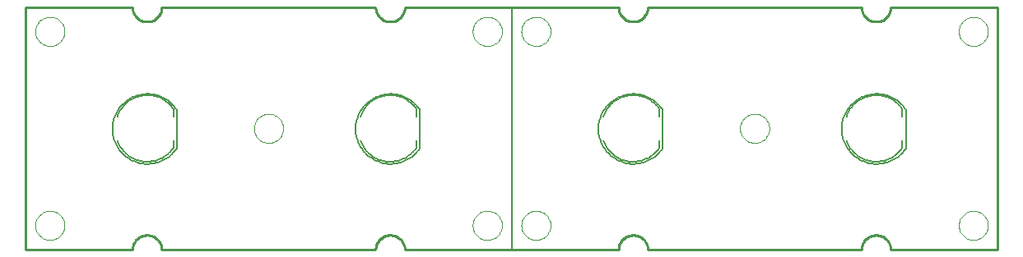
<source format=gbo>
G75*
%MOIN*%
%OFA0B0*%
%FSLAX24Y24*%
%IPPOS*%
%LPD*%
%AMOC8*
5,1,8,0,0,1.08239X$1,22.5*
%
%ADD10C,0.0100*%
%ADD11C,0.0050*%
%ADD12C,0.0080*%
%ADD13C,0.0000*%
D10*
X001503Y000583D02*
X001503Y010426D01*
X005834Y010426D01*
X005833Y010426D02*
X005835Y010380D01*
X005840Y010334D01*
X005849Y010288D01*
X005862Y010243D01*
X005878Y010200D01*
X005897Y010158D01*
X005920Y010117D01*
X005946Y010079D01*
X005975Y010042D01*
X006006Y010008D01*
X006040Y009977D01*
X006077Y009948D01*
X006115Y009922D01*
X006156Y009899D01*
X006198Y009880D01*
X006241Y009864D01*
X006286Y009851D01*
X006332Y009842D01*
X006378Y009837D01*
X006424Y009835D01*
X006470Y009837D01*
X006516Y009842D01*
X006562Y009851D01*
X006607Y009864D01*
X006650Y009880D01*
X006692Y009899D01*
X006733Y009922D01*
X006771Y009948D01*
X006808Y009977D01*
X006842Y010008D01*
X006873Y010042D01*
X006902Y010079D01*
X006928Y010117D01*
X006951Y010158D01*
X006970Y010200D01*
X006986Y010243D01*
X006999Y010288D01*
X007008Y010334D01*
X007013Y010380D01*
X007015Y010426D01*
X015676Y010426D01*
X015678Y010380D01*
X015683Y010334D01*
X015692Y010288D01*
X015705Y010243D01*
X015721Y010200D01*
X015740Y010158D01*
X015763Y010117D01*
X015789Y010079D01*
X015818Y010042D01*
X015849Y010008D01*
X015883Y009977D01*
X015920Y009948D01*
X015958Y009922D01*
X015999Y009899D01*
X016041Y009880D01*
X016084Y009864D01*
X016129Y009851D01*
X016175Y009842D01*
X016221Y009837D01*
X016267Y009835D01*
X016313Y009837D01*
X016359Y009842D01*
X016405Y009851D01*
X016450Y009864D01*
X016493Y009880D01*
X016535Y009899D01*
X016576Y009922D01*
X016614Y009948D01*
X016651Y009977D01*
X016685Y010008D01*
X016716Y010042D01*
X016745Y010079D01*
X016771Y010117D01*
X016794Y010158D01*
X016813Y010200D01*
X016829Y010243D01*
X016842Y010288D01*
X016851Y010334D01*
X016856Y010380D01*
X016858Y010426D01*
X016857Y010426D02*
X025519Y010426D01*
X025518Y010426D02*
X025520Y010380D01*
X025525Y010334D01*
X025534Y010288D01*
X025547Y010243D01*
X025563Y010200D01*
X025582Y010158D01*
X025605Y010117D01*
X025631Y010079D01*
X025660Y010042D01*
X025691Y010008D01*
X025725Y009977D01*
X025762Y009948D01*
X025800Y009922D01*
X025841Y009899D01*
X025883Y009880D01*
X025926Y009864D01*
X025971Y009851D01*
X026017Y009842D01*
X026063Y009837D01*
X026109Y009835D01*
X026155Y009837D01*
X026201Y009842D01*
X026247Y009851D01*
X026292Y009864D01*
X026335Y009880D01*
X026377Y009899D01*
X026418Y009922D01*
X026456Y009948D01*
X026493Y009977D01*
X026527Y010008D01*
X026558Y010042D01*
X026587Y010079D01*
X026613Y010117D01*
X026636Y010158D01*
X026655Y010200D01*
X026671Y010243D01*
X026684Y010288D01*
X026693Y010334D01*
X026698Y010380D01*
X026700Y010426D01*
X035361Y010426D01*
X035363Y010380D01*
X035368Y010334D01*
X035377Y010288D01*
X035390Y010243D01*
X035406Y010200D01*
X035425Y010158D01*
X035448Y010117D01*
X035474Y010079D01*
X035503Y010042D01*
X035534Y010008D01*
X035568Y009977D01*
X035605Y009948D01*
X035643Y009922D01*
X035684Y009899D01*
X035726Y009880D01*
X035769Y009864D01*
X035814Y009851D01*
X035860Y009842D01*
X035906Y009837D01*
X035952Y009835D01*
X035998Y009837D01*
X036044Y009842D01*
X036090Y009851D01*
X036135Y009864D01*
X036178Y009880D01*
X036220Y009899D01*
X036261Y009922D01*
X036299Y009948D01*
X036336Y009977D01*
X036370Y010008D01*
X036401Y010042D01*
X036430Y010079D01*
X036456Y010117D01*
X036479Y010158D01*
X036498Y010200D01*
X036514Y010243D01*
X036527Y010288D01*
X036536Y010334D01*
X036541Y010380D01*
X036543Y010426D01*
X036542Y010426D02*
X040873Y010426D01*
X040873Y000583D01*
X036542Y000583D01*
X036543Y000583D02*
X036541Y000629D01*
X036536Y000675D01*
X036527Y000721D01*
X036514Y000766D01*
X036498Y000809D01*
X036479Y000851D01*
X036456Y000892D01*
X036430Y000930D01*
X036401Y000967D01*
X036370Y001001D01*
X036336Y001032D01*
X036299Y001061D01*
X036261Y001087D01*
X036220Y001110D01*
X036178Y001129D01*
X036135Y001145D01*
X036090Y001158D01*
X036044Y001167D01*
X035998Y001172D01*
X035952Y001174D01*
X035906Y001172D01*
X035860Y001167D01*
X035814Y001158D01*
X035769Y001145D01*
X035726Y001129D01*
X035684Y001110D01*
X035643Y001087D01*
X035605Y001061D01*
X035568Y001032D01*
X035534Y001001D01*
X035503Y000967D01*
X035474Y000930D01*
X035448Y000892D01*
X035425Y000851D01*
X035406Y000809D01*
X035390Y000766D01*
X035377Y000721D01*
X035368Y000675D01*
X035363Y000629D01*
X035361Y000583D01*
X026700Y000583D01*
X026698Y000629D01*
X026693Y000675D01*
X026684Y000721D01*
X026671Y000766D01*
X026655Y000809D01*
X026636Y000851D01*
X026613Y000892D01*
X026587Y000930D01*
X026558Y000967D01*
X026527Y001001D01*
X026493Y001032D01*
X026456Y001061D01*
X026418Y001087D01*
X026377Y001110D01*
X026335Y001129D01*
X026292Y001145D01*
X026247Y001158D01*
X026201Y001167D01*
X026155Y001172D01*
X026109Y001174D01*
X026063Y001172D01*
X026017Y001167D01*
X025971Y001158D01*
X025926Y001145D01*
X025883Y001129D01*
X025841Y001110D01*
X025800Y001087D01*
X025762Y001061D01*
X025725Y001032D01*
X025691Y001001D01*
X025660Y000967D01*
X025631Y000930D01*
X025605Y000892D01*
X025582Y000851D01*
X025563Y000809D01*
X025547Y000766D01*
X025534Y000721D01*
X025525Y000675D01*
X025520Y000629D01*
X025518Y000583D01*
X025519Y000583D02*
X016857Y000583D01*
X016858Y000583D02*
X016856Y000629D01*
X016851Y000675D01*
X016842Y000721D01*
X016829Y000766D01*
X016813Y000809D01*
X016794Y000851D01*
X016771Y000892D01*
X016745Y000930D01*
X016716Y000967D01*
X016685Y001001D01*
X016651Y001032D01*
X016614Y001061D01*
X016576Y001087D01*
X016535Y001110D01*
X016493Y001129D01*
X016450Y001145D01*
X016405Y001158D01*
X016359Y001167D01*
X016313Y001172D01*
X016267Y001174D01*
X016221Y001172D01*
X016175Y001167D01*
X016129Y001158D01*
X016084Y001145D01*
X016041Y001129D01*
X015999Y001110D01*
X015958Y001087D01*
X015920Y001061D01*
X015883Y001032D01*
X015849Y001001D01*
X015818Y000967D01*
X015789Y000930D01*
X015763Y000892D01*
X015740Y000851D01*
X015721Y000809D01*
X015705Y000766D01*
X015692Y000721D01*
X015683Y000675D01*
X015678Y000629D01*
X015676Y000583D01*
X007015Y000583D01*
X007013Y000629D01*
X007008Y000675D01*
X006999Y000721D01*
X006986Y000766D01*
X006970Y000809D01*
X006951Y000851D01*
X006928Y000892D01*
X006902Y000930D01*
X006873Y000967D01*
X006842Y001001D01*
X006808Y001032D01*
X006771Y001061D01*
X006733Y001087D01*
X006692Y001110D01*
X006650Y001129D01*
X006607Y001145D01*
X006562Y001158D01*
X006516Y001167D01*
X006470Y001172D01*
X006424Y001174D01*
X006378Y001172D01*
X006332Y001167D01*
X006286Y001158D01*
X006241Y001145D01*
X006198Y001129D01*
X006156Y001110D01*
X006115Y001087D01*
X006077Y001061D01*
X006040Y001032D01*
X006006Y001001D01*
X005975Y000967D01*
X005946Y000930D01*
X005920Y000892D01*
X005897Y000851D01*
X005878Y000809D01*
X005862Y000766D01*
X005849Y000721D01*
X005840Y000675D01*
X005835Y000629D01*
X005833Y000583D01*
X005834Y000583D02*
X001503Y000583D01*
D11*
X005834Y000583D01*
X005833Y000583D02*
X005835Y000631D01*
X005841Y000678D01*
X005850Y000724D01*
X005863Y000770D01*
X005880Y000815D01*
X005901Y000858D01*
X005924Y000899D01*
X005952Y000938D01*
X005982Y000975D01*
X006015Y001009D01*
X006050Y001041D01*
X006088Y001069D01*
X006129Y001095D01*
X006171Y001117D01*
X006214Y001136D01*
X006260Y001151D01*
X006306Y001162D01*
X006353Y001170D01*
X006400Y001174D01*
X006448Y001174D01*
X006495Y001170D01*
X006542Y001162D01*
X006588Y001151D01*
X006634Y001136D01*
X006677Y001117D01*
X006720Y001095D01*
X006760Y001069D01*
X006798Y001041D01*
X006833Y001009D01*
X006866Y000975D01*
X006896Y000938D01*
X006924Y000899D01*
X006947Y000858D01*
X006968Y000815D01*
X006985Y000770D01*
X006998Y000724D01*
X007007Y000678D01*
X007013Y000631D01*
X007015Y000583D01*
X015676Y000583D01*
X015678Y000631D01*
X015684Y000678D01*
X015693Y000724D01*
X015706Y000770D01*
X015723Y000815D01*
X015744Y000858D01*
X015767Y000899D01*
X015795Y000938D01*
X015825Y000975D01*
X015858Y001009D01*
X015893Y001041D01*
X015931Y001069D01*
X015972Y001095D01*
X016014Y001117D01*
X016057Y001136D01*
X016103Y001151D01*
X016149Y001162D01*
X016196Y001170D01*
X016243Y001174D01*
X016291Y001174D01*
X016338Y001170D01*
X016385Y001162D01*
X016431Y001151D01*
X016477Y001136D01*
X016520Y001117D01*
X016563Y001095D01*
X016603Y001069D01*
X016641Y001041D01*
X016676Y001009D01*
X016709Y000975D01*
X016739Y000938D01*
X016767Y000899D01*
X016790Y000858D01*
X016811Y000815D01*
X016828Y000770D01*
X016841Y000724D01*
X016850Y000678D01*
X016856Y000631D01*
X016858Y000583D01*
X016857Y000583D02*
X021188Y000583D01*
X025519Y000583D01*
X025518Y000583D02*
X025520Y000631D01*
X025526Y000678D01*
X025535Y000724D01*
X025548Y000770D01*
X025565Y000815D01*
X025586Y000858D01*
X025609Y000899D01*
X025637Y000938D01*
X025667Y000975D01*
X025700Y001009D01*
X025735Y001041D01*
X025773Y001069D01*
X025814Y001095D01*
X025856Y001117D01*
X025899Y001136D01*
X025945Y001151D01*
X025991Y001162D01*
X026038Y001170D01*
X026085Y001174D01*
X026133Y001174D01*
X026180Y001170D01*
X026227Y001162D01*
X026273Y001151D01*
X026319Y001136D01*
X026362Y001117D01*
X026405Y001095D01*
X026445Y001069D01*
X026483Y001041D01*
X026518Y001009D01*
X026551Y000975D01*
X026581Y000938D01*
X026609Y000899D01*
X026632Y000858D01*
X026653Y000815D01*
X026670Y000770D01*
X026683Y000724D01*
X026692Y000678D01*
X026698Y000631D01*
X026700Y000583D01*
X035361Y000583D01*
X035363Y000631D01*
X035369Y000678D01*
X035378Y000724D01*
X035391Y000770D01*
X035408Y000815D01*
X035429Y000858D01*
X035452Y000899D01*
X035480Y000938D01*
X035510Y000975D01*
X035543Y001009D01*
X035578Y001041D01*
X035616Y001069D01*
X035657Y001095D01*
X035699Y001117D01*
X035742Y001136D01*
X035788Y001151D01*
X035834Y001162D01*
X035881Y001170D01*
X035928Y001174D01*
X035976Y001174D01*
X036023Y001170D01*
X036070Y001162D01*
X036116Y001151D01*
X036162Y001136D01*
X036205Y001117D01*
X036248Y001095D01*
X036288Y001069D01*
X036326Y001041D01*
X036361Y001009D01*
X036394Y000975D01*
X036424Y000938D01*
X036452Y000899D01*
X036475Y000858D01*
X036496Y000815D01*
X036513Y000770D01*
X036526Y000724D01*
X036535Y000678D01*
X036541Y000631D01*
X036543Y000583D01*
X036542Y000583D02*
X040873Y000583D01*
X040873Y010426D01*
X036542Y010426D01*
X036543Y010426D02*
X036541Y010378D01*
X036535Y010331D01*
X036526Y010285D01*
X036513Y010239D01*
X036496Y010194D01*
X036475Y010151D01*
X036452Y010110D01*
X036424Y010071D01*
X036394Y010034D01*
X036361Y010000D01*
X036326Y009968D01*
X036288Y009940D01*
X036248Y009914D01*
X036205Y009892D01*
X036162Y009873D01*
X036116Y009858D01*
X036070Y009847D01*
X036023Y009839D01*
X035976Y009835D01*
X035928Y009835D01*
X035881Y009839D01*
X035834Y009847D01*
X035788Y009858D01*
X035742Y009873D01*
X035699Y009892D01*
X035657Y009914D01*
X035616Y009940D01*
X035578Y009968D01*
X035543Y010000D01*
X035510Y010034D01*
X035480Y010071D01*
X035452Y010110D01*
X035429Y010151D01*
X035408Y010194D01*
X035391Y010239D01*
X035378Y010285D01*
X035369Y010331D01*
X035363Y010378D01*
X035361Y010426D01*
X026700Y010426D01*
X026698Y010378D01*
X026692Y010331D01*
X026683Y010285D01*
X026670Y010239D01*
X026653Y010194D01*
X026632Y010151D01*
X026609Y010110D01*
X026581Y010071D01*
X026551Y010034D01*
X026518Y010000D01*
X026483Y009968D01*
X026445Y009940D01*
X026404Y009914D01*
X026362Y009892D01*
X026319Y009873D01*
X026273Y009858D01*
X026227Y009847D01*
X026180Y009839D01*
X026133Y009835D01*
X026085Y009835D01*
X026038Y009839D01*
X025991Y009847D01*
X025945Y009858D01*
X025899Y009873D01*
X025856Y009892D01*
X025814Y009914D01*
X025773Y009940D01*
X025735Y009968D01*
X025700Y010000D01*
X025667Y010034D01*
X025637Y010071D01*
X025609Y010110D01*
X025586Y010151D01*
X025565Y010194D01*
X025548Y010239D01*
X025535Y010285D01*
X025526Y010331D01*
X025520Y010378D01*
X025518Y010426D01*
X025519Y010426D02*
X021188Y010426D01*
X021188Y000583D01*
X021188Y010426D01*
X016857Y010426D01*
X016858Y010426D02*
X016856Y010378D01*
X016850Y010331D01*
X016841Y010285D01*
X016828Y010239D01*
X016811Y010194D01*
X016790Y010151D01*
X016767Y010110D01*
X016739Y010071D01*
X016709Y010034D01*
X016676Y010000D01*
X016641Y009968D01*
X016603Y009940D01*
X016562Y009914D01*
X016520Y009892D01*
X016477Y009873D01*
X016431Y009858D01*
X016385Y009847D01*
X016338Y009839D01*
X016291Y009835D01*
X016243Y009835D01*
X016196Y009839D01*
X016149Y009847D01*
X016103Y009858D01*
X016057Y009873D01*
X016014Y009892D01*
X015972Y009914D01*
X015931Y009940D01*
X015893Y009968D01*
X015858Y010000D01*
X015825Y010034D01*
X015795Y010071D01*
X015767Y010110D01*
X015744Y010151D01*
X015723Y010194D01*
X015706Y010239D01*
X015693Y010285D01*
X015684Y010331D01*
X015678Y010378D01*
X015676Y010426D01*
X007015Y010426D01*
X007013Y010378D01*
X007007Y010331D01*
X006998Y010285D01*
X006985Y010239D01*
X006968Y010194D01*
X006947Y010151D01*
X006924Y010110D01*
X006896Y010071D01*
X006866Y010034D01*
X006833Y010000D01*
X006798Y009968D01*
X006760Y009940D01*
X006719Y009914D01*
X006677Y009892D01*
X006634Y009873D01*
X006588Y009858D01*
X006542Y009847D01*
X006495Y009839D01*
X006448Y009835D01*
X006400Y009835D01*
X006353Y009839D01*
X006306Y009847D01*
X006260Y009858D01*
X006214Y009873D01*
X006171Y009892D01*
X006129Y009914D01*
X006088Y009940D01*
X006050Y009968D01*
X006015Y010000D01*
X005982Y010034D01*
X005952Y010071D01*
X005924Y010110D01*
X005901Y010151D01*
X005880Y010194D01*
X005863Y010239D01*
X005850Y010285D01*
X005841Y010331D01*
X005835Y010378D01*
X005833Y010426D01*
X005834Y010426D02*
X001503Y010426D01*
X001503Y000583D01*
X007619Y004696D02*
X007619Y006271D01*
X007620Y006271D02*
X007576Y006332D01*
X007530Y006390D01*
X007481Y006447D01*
X007429Y006500D01*
X007374Y006551D01*
X007316Y006599D01*
X007256Y006643D01*
X007194Y006685D01*
X007130Y006723D01*
X007064Y006758D01*
X006996Y006789D01*
X006926Y006816D01*
X006855Y006840D01*
X006783Y006860D01*
X006710Y006877D01*
X006637Y006889D01*
X006562Y006898D01*
X006488Y006902D01*
X006413Y006903D01*
X006338Y006899D01*
X006264Y006892D01*
X006190Y006881D01*
X006117Y006866D01*
X006044Y006847D01*
X005973Y006825D01*
X005903Y006798D01*
X005835Y006768D01*
X005768Y006735D01*
X005703Y006698D01*
X005640Y006658D01*
X005579Y006614D01*
X005521Y006567D01*
X005465Y006517D01*
X005412Y006465D01*
X005362Y006409D01*
X005315Y006352D01*
X005270Y006291D01*
X005230Y006229D01*
X005192Y006164D01*
X005158Y006097D01*
X005127Y006029D01*
X005100Y005960D01*
X005077Y005888D01*
X005058Y005816D01*
X005042Y005743D01*
X005030Y005669D01*
X005022Y005595D01*
X005018Y005520D01*
X005018Y005446D01*
X005022Y005371D01*
X005030Y005297D01*
X005042Y005223D01*
X005058Y005150D01*
X005077Y005078D01*
X005100Y005006D01*
X005127Y004937D01*
X005158Y004869D01*
X005192Y004802D01*
X005230Y004737D01*
X005270Y004675D01*
X005315Y004614D01*
X005362Y004557D01*
X005412Y004501D01*
X005465Y004449D01*
X005521Y004399D01*
X005579Y004352D01*
X005640Y004308D01*
X005703Y004268D01*
X005768Y004231D01*
X005835Y004198D01*
X005903Y004168D01*
X005973Y004141D01*
X006044Y004119D01*
X006117Y004100D01*
X006190Y004085D01*
X006264Y004074D01*
X006338Y004067D01*
X006413Y004063D01*
X006488Y004064D01*
X006562Y004068D01*
X006637Y004077D01*
X006710Y004089D01*
X006783Y004106D01*
X006855Y004126D01*
X006926Y004150D01*
X006996Y004177D01*
X007064Y004208D01*
X007130Y004243D01*
X007194Y004281D01*
X007256Y004323D01*
X007316Y004367D01*
X007374Y004415D01*
X007429Y004466D01*
X007481Y004519D01*
X007530Y004576D01*
X007576Y004634D01*
X007620Y004695D01*
X017470Y004695D02*
X017426Y004634D01*
X017380Y004576D01*
X017331Y004519D01*
X017279Y004466D01*
X017224Y004415D01*
X017166Y004367D01*
X017106Y004323D01*
X017044Y004281D01*
X016980Y004243D01*
X016914Y004208D01*
X016846Y004177D01*
X016776Y004150D01*
X016705Y004126D01*
X016633Y004106D01*
X016560Y004089D01*
X016487Y004077D01*
X016412Y004068D01*
X016338Y004064D01*
X016263Y004063D01*
X016188Y004067D01*
X016114Y004074D01*
X016040Y004085D01*
X015967Y004100D01*
X015894Y004119D01*
X015823Y004141D01*
X015753Y004168D01*
X015685Y004198D01*
X015618Y004231D01*
X015553Y004268D01*
X015490Y004308D01*
X015429Y004352D01*
X015371Y004399D01*
X015315Y004449D01*
X015262Y004501D01*
X015212Y004557D01*
X015165Y004614D01*
X015120Y004675D01*
X015080Y004737D01*
X015042Y004802D01*
X015008Y004869D01*
X014977Y004937D01*
X014950Y005006D01*
X014927Y005078D01*
X014908Y005150D01*
X014892Y005223D01*
X014880Y005297D01*
X014872Y005371D01*
X014868Y005446D01*
X014868Y005520D01*
X014872Y005595D01*
X014880Y005669D01*
X014892Y005743D01*
X014908Y005816D01*
X014927Y005888D01*
X014950Y005960D01*
X014977Y006029D01*
X015008Y006097D01*
X015042Y006164D01*
X015080Y006229D01*
X015120Y006291D01*
X015165Y006352D01*
X015212Y006409D01*
X015262Y006465D01*
X015315Y006517D01*
X015371Y006567D01*
X015429Y006614D01*
X015490Y006658D01*
X015553Y006698D01*
X015618Y006735D01*
X015685Y006768D01*
X015753Y006798D01*
X015823Y006825D01*
X015894Y006847D01*
X015967Y006866D01*
X016040Y006881D01*
X016114Y006892D01*
X016188Y006899D01*
X016263Y006903D01*
X016338Y006902D01*
X016412Y006898D01*
X016487Y006889D01*
X016560Y006877D01*
X016633Y006860D01*
X016705Y006840D01*
X016776Y006816D01*
X016846Y006789D01*
X016914Y006758D01*
X016980Y006723D01*
X017044Y006685D01*
X017106Y006643D01*
X017166Y006599D01*
X017224Y006551D01*
X017279Y006500D01*
X017331Y006447D01*
X017380Y006390D01*
X017426Y006332D01*
X017470Y006271D01*
X017469Y006271D02*
X017469Y004696D01*
X027305Y004695D02*
X027261Y004634D01*
X027215Y004576D01*
X027166Y004519D01*
X027114Y004466D01*
X027059Y004415D01*
X027001Y004367D01*
X026941Y004323D01*
X026879Y004281D01*
X026815Y004243D01*
X026749Y004208D01*
X026681Y004177D01*
X026611Y004150D01*
X026540Y004126D01*
X026468Y004106D01*
X026395Y004089D01*
X026322Y004077D01*
X026247Y004068D01*
X026173Y004064D01*
X026098Y004063D01*
X026023Y004067D01*
X025949Y004074D01*
X025875Y004085D01*
X025802Y004100D01*
X025729Y004119D01*
X025658Y004141D01*
X025588Y004168D01*
X025520Y004198D01*
X025453Y004231D01*
X025388Y004268D01*
X025325Y004308D01*
X025264Y004352D01*
X025206Y004399D01*
X025150Y004449D01*
X025097Y004501D01*
X025047Y004557D01*
X025000Y004614D01*
X024955Y004675D01*
X024915Y004737D01*
X024877Y004802D01*
X024843Y004869D01*
X024812Y004937D01*
X024785Y005006D01*
X024762Y005078D01*
X024743Y005150D01*
X024727Y005223D01*
X024715Y005297D01*
X024707Y005371D01*
X024703Y005446D01*
X024703Y005520D01*
X024707Y005595D01*
X024715Y005669D01*
X024727Y005743D01*
X024743Y005816D01*
X024762Y005888D01*
X024785Y005960D01*
X024812Y006029D01*
X024843Y006097D01*
X024877Y006164D01*
X024915Y006229D01*
X024955Y006291D01*
X025000Y006352D01*
X025047Y006409D01*
X025097Y006465D01*
X025150Y006517D01*
X025206Y006567D01*
X025264Y006614D01*
X025325Y006658D01*
X025388Y006698D01*
X025453Y006735D01*
X025520Y006768D01*
X025588Y006798D01*
X025658Y006825D01*
X025729Y006847D01*
X025802Y006866D01*
X025875Y006881D01*
X025949Y006892D01*
X026023Y006899D01*
X026098Y006903D01*
X026173Y006902D01*
X026247Y006898D01*
X026322Y006889D01*
X026395Y006877D01*
X026468Y006860D01*
X026540Y006840D01*
X026611Y006816D01*
X026681Y006789D01*
X026749Y006758D01*
X026815Y006723D01*
X026879Y006685D01*
X026941Y006643D01*
X027001Y006599D01*
X027059Y006551D01*
X027114Y006500D01*
X027166Y006447D01*
X027215Y006390D01*
X027261Y006332D01*
X027305Y006271D01*
X027304Y006271D02*
X027304Y004696D01*
X037155Y004695D02*
X037111Y004634D01*
X037065Y004576D01*
X037016Y004519D01*
X036964Y004466D01*
X036909Y004415D01*
X036851Y004367D01*
X036791Y004323D01*
X036729Y004281D01*
X036665Y004243D01*
X036599Y004208D01*
X036531Y004177D01*
X036461Y004150D01*
X036390Y004126D01*
X036318Y004106D01*
X036245Y004089D01*
X036172Y004077D01*
X036097Y004068D01*
X036023Y004064D01*
X035948Y004063D01*
X035873Y004067D01*
X035799Y004074D01*
X035725Y004085D01*
X035652Y004100D01*
X035579Y004119D01*
X035508Y004141D01*
X035438Y004168D01*
X035370Y004198D01*
X035303Y004231D01*
X035238Y004268D01*
X035175Y004308D01*
X035114Y004352D01*
X035056Y004399D01*
X035000Y004449D01*
X034947Y004501D01*
X034897Y004557D01*
X034850Y004614D01*
X034805Y004675D01*
X034765Y004737D01*
X034727Y004802D01*
X034693Y004869D01*
X034662Y004937D01*
X034635Y005006D01*
X034612Y005078D01*
X034593Y005150D01*
X034577Y005223D01*
X034565Y005297D01*
X034557Y005371D01*
X034553Y005446D01*
X034553Y005520D01*
X034557Y005595D01*
X034565Y005669D01*
X034577Y005743D01*
X034593Y005816D01*
X034612Y005888D01*
X034635Y005960D01*
X034662Y006029D01*
X034693Y006097D01*
X034727Y006164D01*
X034765Y006229D01*
X034805Y006291D01*
X034850Y006352D01*
X034897Y006409D01*
X034947Y006465D01*
X035000Y006517D01*
X035056Y006567D01*
X035114Y006614D01*
X035175Y006658D01*
X035238Y006698D01*
X035303Y006735D01*
X035370Y006768D01*
X035438Y006798D01*
X035508Y006825D01*
X035579Y006847D01*
X035652Y006866D01*
X035725Y006881D01*
X035799Y006892D01*
X035873Y006899D01*
X035948Y006903D01*
X036023Y006902D01*
X036097Y006898D01*
X036172Y006889D01*
X036245Y006877D01*
X036318Y006860D01*
X036390Y006840D01*
X036461Y006816D01*
X036531Y006789D01*
X036599Y006758D01*
X036665Y006723D01*
X036729Y006685D01*
X036791Y006643D01*
X036851Y006599D01*
X036909Y006551D01*
X036964Y006500D01*
X037016Y006447D01*
X037065Y006390D01*
X037111Y006332D01*
X037155Y006271D01*
X037154Y006271D02*
X037154Y004696D01*
D12*
X037015Y004717D02*
X037015Y005013D01*
X037015Y004718D02*
X036974Y004660D01*
X036930Y004605D01*
X036882Y004552D01*
X036832Y004503D01*
X036780Y004456D01*
X036724Y004412D01*
X036667Y004371D01*
X036607Y004333D01*
X036545Y004299D01*
X036482Y004268D01*
X036417Y004241D01*
X036350Y004217D01*
X036282Y004197D01*
X036214Y004181D01*
X036144Y004169D01*
X036074Y004160D01*
X036003Y004156D01*
X035933Y004155D01*
X035862Y004159D01*
X035792Y004166D01*
X035722Y004177D01*
X035653Y004192D01*
X035585Y004210D01*
X035518Y004233D01*
X035452Y004259D01*
X035388Y004289D01*
X035326Y004322D01*
X035266Y004359D01*
X035207Y004398D01*
X035151Y004441D01*
X035098Y004488D01*
X035047Y004537D01*
X034999Y004588D01*
X034954Y004643D01*
X034912Y004699D01*
X034873Y004758D01*
X034837Y004819D01*
X034805Y004882D01*
X034776Y004947D01*
X034751Y005013D01*
X034751Y005996D02*
X034776Y006062D01*
X034805Y006127D01*
X034837Y006190D01*
X034873Y006251D01*
X034912Y006310D01*
X034954Y006366D01*
X034999Y006421D01*
X035047Y006472D01*
X035098Y006521D01*
X035151Y006568D01*
X035207Y006611D01*
X035266Y006650D01*
X035326Y006687D01*
X035388Y006720D01*
X035452Y006750D01*
X035518Y006776D01*
X035585Y006799D01*
X035653Y006817D01*
X035722Y006832D01*
X035792Y006843D01*
X035862Y006850D01*
X035933Y006854D01*
X036003Y006853D01*
X036074Y006849D01*
X036144Y006840D01*
X036214Y006828D01*
X036282Y006812D01*
X036350Y006792D01*
X036417Y006768D01*
X036482Y006741D01*
X036545Y006710D01*
X036607Y006676D01*
X036667Y006638D01*
X036724Y006597D01*
X036780Y006553D01*
X036832Y006506D01*
X036882Y006457D01*
X036930Y006404D01*
X036974Y006349D01*
X037015Y006291D01*
X037015Y006292D02*
X037015Y005997D01*
X027172Y005997D02*
X027172Y006292D01*
X027172Y006291D02*
X027131Y006349D01*
X027087Y006404D01*
X027039Y006457D01*
X026989Y006506D01*
X026937Y006553D01*
X026881Y006597D01*
X026824Y006638D01*
X026764Y006676D01*
X026702Y006710D01*
X026639Y006741D01*
X026574Y006768D01*
X026507Y006792D01*
X026439Y006812D01*
X026371Y006828D01*
X026301Y006840D01*
X026231Y006849D01*
X026160Y006853D01*
X026090Y006854D01*
X026019Y006850D01*
X025949Y006843D01*
X025879Y006832D01*
X025810Y006817D01*
X025742Y006799D01*
X025675Y006776D01*
X025609Y006750D01*
X025545Y006720D01*
X025483Y006687D01*
X025423Y006650D01*
X025364Y006611D01*
X025308Y006568D01*
X025255Y006521D01*
X025204Y006472D01*
X025156Y006421D01*
X025111Y006366D01*
X025069Y006310D01*
X025030Y006251D01*
X024994Y006190D01*
X024962Y006127D01*
X024933Y006062D01*
X024908Y005996D01*
X024908Y005013D02*
X024933Y004947D01*
X024962Y004882D01*
X024994Y004819D01*
X025030Y004758D01*
X025069Y004699D01*
X025111Y004643D01*
X025156Y004588D01*
X025204Y004537D01*
X025255Y004488D01*
X025308Y004441D01*
X025364Y004398D01*
X025423Y004359D01*
X025483Y004322D01*
X025545Y004289D01*
X025609Y004259D01*
X025675Y004233D01*
X025742Y004210D01*
X025810Y004192D01*
X025879Y004177D01*
X025949Y004166D01*
X026019Y004159D01*
X026090Y004155D01*
X026160Y004156D01*
X026231Y004160D01*
X026301Y004169D01*
X026371Y004181D01*
X026439Y004197D01*
X026507Y004217D01*
X026574Y004241D01*
X026639Y004268D01*
X026702Y004299D01*
X026764Y004333D01*
X026824Y004371D01*
X026881Y004412D01*
X026937Y004456D01*
X026989Y004503D01*
X027039Y004552D01*
X027087Y004605D01*
X027131Y004660D01*
X027172Y004718D01*
X027172Y004717D02*
X027172Y005013D01*
X017330Y005013D02*
X017330Y004717D01*
X017330Y004718D02*
X017289Y004660D01*
X017245Y004605D01*
X017197Y004552D01*
X017147Y004503D01*
X017095Y004456D01*
X017039Y004412D01*
X016982Y004371D01*
X016922Y004333D01*
X016860Y004299D01*
X016797Y004268D01*
X016732Y004241D01*
X016665Y004217D01*
X016597Y004197D01*
X016529Y004181D01*
X016459Y004169D01*
X016389Y004160D01*
X016318Y004156D01*
X016248Y004155D01*
X016177Y004159D01*
X016107Y004166D01*
X016037Y004177D01*
X015968Y004192D01*
X015900Y004210D01*
X015833Y004233D01*
X015767Y004259D01*
X015703Y004289D01*
X015641Y004322D01*
X015581Y004359D01*
X015522Y004398D01*
X015466Y004441D01*
X015413Y004488D01*
X015362Y004537D01*
X015314Y004588D01*
X015269Y004643D01*
X015227Y004699D01*
X015188Y004758D01*
X015152Y004819D01*
X015120Y004882D01*
X015091Y004947D01*
X015066Y005013D01*
X015066Y005996D02*
X015091Y006062D01*
X015120Y006127D01*
X015152Y006190D01*
X015188Y006251D01*
X015227Y006310D01*
X015269Y006366D01*
X015314Y006421D01*
X015362Y006472D01*
X015413Y006521D01*
X015466Y006568D01*
X015522Y006611D01*
X015581Y006650D01*
X015641Y006687D01*
X015703Y006720D01*
X015767Y006750D01*
X015833Y006776D01*
X015900Y006799D01*
X015968Y006817D01*
X016037Y006832D01*
X016107Y006843D01*
X016177Y006850D01*
X016248Y006854D01*
X016318Y006853D01*
X016389Y006849D01*
X016459Y006840D01*
X016529Y006828D01*
X016597Y006812D01*
X016665Y006792D01*
X016732Y006768D01*
X016797Y006741D01*
X016860Y006710D01*
X016922Y006676D01*
X016982Y006638D01*
X017039Y006597D01*
X017095Y006553D01*
X017147Y006506D01*
X017197Y006457D01*
X017245Y006404D01*
X017289Y006349D01*
X017330Y006291D01*
X017330Y006292D02*
X017330Y005997D01*
X007487Y005997D02*
X007487Y006292D01*
X007487Y006291D02*
X007446Y006349D01*
X007402Y006404D01*
X007354Y006457D01*
X007304Y006506D01*
X007252Y006553D01*
X007196Y006597D01*
X007139Y006638D01*
X007079Y006676D01*
X007017Y006710D01*
X006954Y006741D01*
X006889Y006768D01*
X006822Y006792D01*
X006754Y006812D01*
X006686Y006828D01*
X006616Y006840D01*
X006546Y006849D01*
X006475Y006853D01*
X006405Y006854D01*
X006334Y006850D01*
X006264Y006843D01*
X006194Y006832D01*
X006125Y006817D01*
X006057Y006799D01*
X005990Y006776D01*
X005924Y006750D01*
X005860Y006720D01*
X005798Y006687D01*
X005738Y006650D01*
X005679Y006611D01*
X005623Y006568D01*
X005570Y006521D01*
X005519Y006472D01*
X005471Y006421D01*
X005426Y006366D01*
X005384Y006310D01*
X005345Y006251D01*
X005309Y006190D01*
X005277Y006127D01*
X005248Y006062D01*
X005223Y005996D01*
X005223Y005013D02*
X005248Y004947D01*
X005277Y004882D01*
X005309Y004819D01*
X005345Y004758D01*
X005384Y004699D01*
X005426Y004643D01*
X005471Y004588D01*
X005519Y004537D01*
X005570Y004488D01*
X005623Y004441D01*
X005679Y004398D01*
X005738Y004359D01*
X005798Y004322D01*
X005860Y004289D01*
X005924Y004259D01*
X005990Y004233D01*
X006057Y004210D01*
X006125Y004192D01*
X006194Y004177D01*
X006264Y004166D01*
X006334Y004159D01*
X006405Y004155D01*
X006475Y004156D01*
X006546Y004160D01*
X006616Y004169D01*
X006686Y004181D01*
X006754Y004197D01*
X006822Y004217D01*
X006889Y004241D01*
X006954Y004268D01*
X007017Y004299D01*
X007079Y004333D01*
X007139Y004371D01*
X007196Y004412D01*
X007252Y004456D01*
X007304Y004503D01*
X007354Y004552D01*
X007402Y004605D01*
X007446Y004660D01*
X007487Y004718D01*
X007487Y004717D02*
X007487Y005013D01*
D13*
X010754Y005505D02*
X010756Y005553D01*
X010762Y005601D01*
X010772Y005648D01*
X010785Y005694D01*
X010803Y005739D01*
X010823Y005783D01*
X010848Y005825D01*
X010876Y005864D01*
X010906Y005901D01*
X010940Y005935D01*
X010977Y005967D01*
X011015Y005996D01*
X011056Y006021D01*
X011099Y006043D01*
X011144Y006061D01*
X011190Y006075D01*
X011237Y006086D01*
X011285Y006093D01*
X011333Y006096D01*
X011381Y006095D01*
X011429Y006090D01*
X011477Y006081D01*
X011523Y006069D01*
X011568Y006052D01*
X011612Y006032D01*
X011654Y006009D01*
X011694Y005982D01*
X011732Y005952D01*
X011767Y005919D01*
X011799Y005883D01*
X011829Y005845D01*
X011855Y005804D01*
X011877Y005761D01*
X011897Y005717D01*
X011912Y005672D01*
X011924Y005625D01*
X011932Y005577D01*
X011936Y005529D01*
X011936Y005481D01*
X011932Y005433D01*
X011924Y005385D01*
X011912Y005338D01*
X011897Y005293D01*
X011877Y005249D01*
X011855Y005206D01*
X011829Y005165D01*
X011799Y005127D01*
X011767Y005091D01*
X011732Y005058D01*
X011694Y005028D01*
X011654Y005001D01*
X011612Y004978D01*
X011568Y004958D01*
X011523Y004941D01*
X011477Y004929D01*
X011429Y004920D01*
X011381Y004915D01*
X011333Y004914D01*
X011285Y004917D01*
X011237Y004924D01*
X011190Y004935D01*
X011144Y004949D01*
X011099Y004967D01*
X011056Y004989D01*
X011015Y005014D01*
X010977Y005043D01*
X010940Y005075D01*
X010906Y005109D01*
X010876Y005146D01*
X010848Y005185D01*
X010823Y005227D01*
X010803Y005271D01*
X010785Y005316D01*
X010772Y005362D01*
X010762Y005409D01*
X010756Y005457D01*
X010754Y005505D01*
X001896Y009442D02*
X001898Y009490D01*
X001904Y009538D01*
X001914Y009585D01*
X001927Y009631D01*
X001945Y009676D01*
X001965Y009720D01*
X001990Y009762D01*
X002018Y009801D01*
X002048Y009838D01*
X002082Y009872D01*
X002119Y009904D01*
X002157Y009933D01*
X002198Y009958D01*
X002241Y009980D01*
X002286Y009998D01*
X002332Y010012D01*
X002379Y010023D01*
X002427Y010030D01*
X002475Y010033D01*
X002523Y010032D01*
X002571Y010027D01*
X002619Y010018D01*
X002665Y010006D01*
X002710Y009989D01*
X002754Y009969D01*
X002796Y009946D01*
X002836Y009919D01*
X002874Y009889D01*
X002909Y009856D01*
X002941Y009820D01*
X002971Y009782D01*
X002997Y009741D01*
X003019Y009698D01*
X003039Y009654D01*
X003054Y009609D01*
X003066Y009562D01*
X003074Y009514D01*
X003078Y009466D01*
X003078Y009418D01*
X003074Y009370D01*
X003066Y009322D01*
X003054Y009275D01*
X003039Y009230D01*
X003019Y009186D01*
X002997Y009143D01*
X002971Y009102D01*
X002941Y009064D01*
X002909Y009028D01*
X002874Y008995D01*
X002836Y008965D01*
X002796Y008938D01*
X002754Y008915D01*
X002710Y008895D01*
X002665Y008878D01*
X002619Y008866D01*
X002571Y008857D01*
X002523Y008852D01*
X002475Y008851D01*
X002427Y008854D01*
X002379Y008861D01*
X002332Y008872D01*
X002286Y008886D01*
X002241Y008904D01*
X002198Y008926D01*
X002157Y008951D01*
X002119Y008980D01*
X002082Y009012D01*
X002048Y009046D01*
X002018Y009083D01*
X001990Y009122D01*
X001965Y009164D01*
X001945Y009208D01*
X001927Y009253D01*
X001914Y009299D01*
X001904Y009346D01*
X001898Y009394D01*
X001896Y009442D01*
X019613Y009442D02*
X019615Y009490D01*
X019621Y009538D01*
X019631Y009585D01*
X019644Y009631D01*
X019662Y009676D01*
X019682Y009720D01*
X019707Y009762D01*
X019735Y009801D01*
X019765Y009838D01*
X019799Y009872D01*
X019836Y009904D01*
X019874Y009933D01*
X019915Y009958D01*
X019958Y009980D01*
X020003Y009998D01*
X020049Y010012D01*
X020096Y010023D01*
X020144Y010030D01*
X020192Y010033D01*
X020240Y010032D01*
X020288Y010027D01*
X020336Y010018D01*
X020382Y010006D01*
X020427Y009989D01*
X020471Y009969D01*
X020513Y009946D01*
X020553Y009919D01*
X020591Y009889D01*
X020626Y009856D01*
X020658Y009820D01*
X020688Y009782D01*
X020714Y009741D01*
X020736Y009698D01*
X020756Y009654D01*
X020771Y009609D01*
X020783Y009562D01*
X020791Y009514D01*
X020795Y009466D01*
X020795Y009418D01*
X020791Y009370D01*
X020783Y009322D01*
X020771Y009275D01*
X020756Y009230D01*
X020736Y009186D01*
X020714Y009143D01*
X020688Y009102D01*
X020658Y009064D01*
X020626Y009028D01*
X020591Y008995D01*
X020553Y008965D01*
X020513Y008938D01*
X020471Y008915D01*
X020427Y008895D01*
X020382Y008878D01*
X020336Y008866D01*
X020288Y008857D01*
X020240Y008852D01*
X020192Y008851D01*
X020144Y008854D01*
X020096Y008861D01*
X020049Y008872D01*
X020003Y008886D01*
X019958Y008904D01*
X019915Y008926D01*
X019874Y008951D01*
X019836Y008980D01*
X019799Y009012D01*
X019765Y009046D01*
X019735Y009083D01*
X019707Y009122D01*
X019682Y009164D01*
X019662Y009208D01*
X019644Y009253D01*
X019631Y009299D01*
X019621Y009346D01*
X019615Y009394D01*
X019613Y009442D01*
X021581Y009442D02*
X021583Y009490D01*
X021589Y009538D01*
X021599Y009585D01*
X021612Y009631D01*
X021630Y009676D01*
X021650Y009720D01*
X021675Y009762D01*
X021703Y009801D01*
X021733Y009838D01*
X021767Y009872D01*
X021804Y009904D01*
X021842Y009933D01*
X021883Y009958D01*
X021926Y009980D01*
X021971Y009998D01*
X022017Y010012D01*
X022064Y010023D01*
X022112Y010030D01*
X022160Y010033D01*
X022208Y010032D01*
X022256Y010027D01*
X022304Y010018D01*
X022350Y010006D01*
X022395Y009989D01*
X022439Y009969D01*
X022481Y009946D01*
X022521Y009919D01*
X022559Y009889D01*
X022594Y009856D01*
X022626Y009820D01*
X022656Y009782D01*
X022682Y009741D01*
X022704Y009698D01*
X022724Y009654D01*
X022739Y009609D01*
X022751Y009562D01*
X022759Y009514D01*
X022763Y009466D01*
X022763Y009418D01*
X022759Y009370D01*
X022751Y009322D01*
X022739Y009275D01*
X022724Y009230D01*
X022704Y009186D01*
X022682Y009143D01*
X022656Y009102D01*
X022626Y009064D01*
X022594Y009028D01*
X022559Y008995D01*
X022521Y008965D01*
X022481Y008938D01*
X022439Y008915D01*
X022395Y008895D01*
X022350Y008878D01*
X022304Y008866D01*
X022256Y008857D01*
X022208Y008852D01*
X022160Y008851D01*
X022112Y008854D01*
X022064Y008861D01*
X022017Y008872D01*
X021971Y008886D01*
X021926Y008904D01*
X021883Y008926D01*
X021842Y008951D01*
X021804Y008980D01*
X021767Y009012D01*
X021733Y009046D01*
X021703Y009083D01*
X021675Y009122D01*
X021650Y009164D01*
X021630Y009208D01*
X021612Y009253D01*
X021599Y009299D01*
X021589Y009346D01*
X021583Y009394D01*
X021581Y009442D01*
X030440Y005505D02*
X030442Y005553D01*
X030448Y005601D01*
X030458Y005648D01*
X030471Y005694D01*
X030489Y005739D01*
X030509Y005783D01*
X030534Y005825D01*
X030562Y005864D01*
X030592Y005901D01*
X030626Y005935D01*
X030663Y005967D01*
X030701Y005996D01*
X030742Y006021D01*
X030785Y006043D01*
X030830Y006061D01*
X030876Y006075D01*
X030923Y006086D01*
X030971Y006093D01*
X031019Y006096D01*
X031067Y006095D01*
X031115Y006090D01*
X031163Y006081D01*
X031209Y006069D01*
X031254Y006052D01*
X031298Y006032D01*
X031340Y006009D01*
X031380Y005982D01*
X031418Y005952D01*
X031453Y005919D01*
X031485Y005883D01*
X031515Y005845D01*
X031541Y005804D01*
X031563Y005761D01*
X031583Y005717D01*
X031598Y005672D01*
X031610Y005625D01*
X031618Y005577D01*
X031622Y005529D01*
X031622Y005481D01*
X031618Y005433D01*
X031610Y005385D01*
X031598Y005338D01*
X031583Y005293D01*
X031563Y005249D01*
X031541Y005206D01*
X031515Y005165D01*
X031485Y005127D01*
X031453Y005091D01*
X031418Y005058D01*
X031380Y005028D01*
X031340Y005001D01*
X031298Y004978D01*
X031254Y004958D01*
X031209Y004941D01*
X031163Y004929D01*
X031115Y004920D01*
X031067Y004915D01*
X031019Y004914D01*
X030971Y004917D01*
X030923Y004924D01*
X030876Y004935D01*
X030830Y004949D01*
X030785Y004967D01*
X030742Y004989D01*
X030701Y005014D01*
X030663Y005043D01*
X030626Y005075D01*
X030592Y005109D01*
X030562Y005146D01*
X030534Y005185D01*
X030509Y005227D01*
X030489Y005271D01*
X030471Y005316D01*
X030458Y005362D01*
X030448Y005409D01*
X030442Y005457D01*
X030440Y005505D01*
X039298Y009442D02*
X039300Y009490D01*
X039306Y009538D01*
X039316Y009585D01*
X039329Y009631D01*
X039347Y009676D01*
X039367Y009720D01*
X039392Y009762D01*
X039420Y009801D01*
X039450Y009838D01*
X039484Y009872D01*
X039521Y009904D01*
X039559Y009933D01*
X039600Y009958D01*
X039643Y009980D01*
X039688Y009998D01*
X039734Y010012D01*
X039781Y010023D01*
X039829Y010030D01*
X039877Y010033D01*
X039925Y010032D01*
X039973Y010027D01*
X040021Y010018D01*
X040067Y010006D01*
X040112Y009989D01*
X040156Y009969D01*
X040198Y009946D01*
X040238Y009919D01*
X040276Y009889D01*
X040311Y009856D01*
X040343Y009820D01*
X040373Y009782D01*
X040399Y009741D01*
X040421Y009698D01*
X040441Y009654D01*
X040456Y009609D01*
X040468Y009562D01*
X040476Y009514D01*
X040480Y009466D01*
X040480Y009418D01*
X040476Y009370D01*
X040468Y009322D01*
X040456Y009275D01*
X040441Y009230D01*
X040421Y009186D01*
X040399Y009143D01*
X040373Y009102D01*
X040343Y009064D01*
X040311Y009028D01*
X040276Y008995D01*
X040238Y008965D01*
X040198Y008938D01*
X040156Y008915D01*
X040112Y008895D01*
X040067Y008878D01*
X040021Y008866D01*
X039973Y008857D01*
X039925Y008852D01*
X039877Y008851D01*
X039829Y008854D01*
X039781Y008861D01*
X039734Y008872D01*
X039688Y008886D01*
X039643Y008904D01*
X039600Y008926D01*
X039559Y008951D01*
X039521Y008980D01*
X039484Y009012D01*
X039450Y009046D01*
X039420Y009083D01*
X039392Y009122D01*
X039367Y009164D01*
X039347Y009208D01*
X039329Y009253D01*
X039316Y009299D01*
X039306Y009346D01*
X039300Y009394D01*
X039298Y009442D01*
X039298Y001568D02*
X039300Y001616D01*
X039306Y001664D01*
X039316Y001711D01*
X039329Y001757D01*
X039347Y001802D01*
X039367Y001846D01*
X039392Y001888D01*
X039420Y001927D01*
X039450Y001964D01*
X039484Y001998D01*
X039521Y002030D01*
X039559Y002059D01*
X039600Y002084D01*
X039643Y002106D01*
X039688Y002124D01*
X039734Y002138D01*
X039781Y002149D01*
X039829Y002156D01*
X039877Y002159D01*
X039925Y002158D01*
X039973Y002153D01*
X040021Y002144D01*
X040067Y002132D01*
X040112Y002115D01*
X040156Y002095D01*
X040198Y002072D01*
X040238Y002045D01*
X040276Y002015D01*
X040311Y001982D01*
X040343Y001946D01*
X040373Y001908D01*
X040399Y001867D01*
X040421Y001824D01*
X040441Y001780D01*
X040456Y001735D01*
X040468Y001688D01*
X040476Y001640D01*
X040480Y001592D01*
X040480Y001544D01*
X040476Y001496D01*
X040468Y001448D01*
X040456Y001401D01*
X040441Y001356D01*
X040421Y001312D01*
X040399Y001269D01*
X040373Y001228D01*
X040343Y001190D01*
X040311Y001154D01*
X040276Y001121D01*
X040238Y001091D01*
X040198Y001064D01*
X040156Y001041D01*
X040112Y001021D01*
X040067Y001004D01*
X040021Y000992D01*
X039973Y000983D01*
X039925Y000978D01*
X039877Y000977D01*
X039829Y000980D01*
X039781Y000987D01*
X039734Y000998D01*
X039688Y001012D01*
X039643Y001030D01*
X039600Y001052D01*
X039559Y001077D01*
X039521Y001106D01*
X039484Y001138D01*
X039450Y001172D01*
X039420Y001209D01*
X039392Y001248D01*
X039367Y001290D01*
X039347Y001334D01*
X039329Y001379D01*
X039316Y001425D01*
X039306Y001472D01*
X039300Y001520D01*
X039298Y001568D01*
X021581Y001568D02*
X021583Y001616D01*
X021589Y001664D01*
X021599Y001711D01*
X021612Y001757D01*
X021630Y001802D01*
X021650Y001846D01*
X021675Y001888D01*
X021703Y001927D01*
X021733Y001964D01*
X021767Y001998D01*
X021804Y002030D01*
X021842Y002059D01*
X021883Y002084D01*
X021926Y002106D01*
X021971Y002124D01*
X022017Y002138D01*
X022064Y002149D01*
X022112Y002156D01*
X022160Y002159D01*
X022208Y002158D01*
X022256Y002153D01*
X022304Y002144D01*
X022350Y002132D01*
X022395Y002115D01*
X022439Y002095D01*
X022481Y002072D01*
X022521Y002045D01*
X022559Y002015D01*
X022594Y001982D01*
X022626Y001946D01*
X022656Y001908D01*
X022682Y001867D01*
X022704Y001824D01*
X022724Y001780D01*
X022739Y001735D01*
X022751Y001688D01*
X022759Y001640D01*
X022763Y001592D01*
X022763Y001544D01*
X022759Y001496D01*
X022751Y001448D01*
X022739Y001401D01*
X022724Y001356D01*
X022704Y001312D01*
X022682Y001269D01*
X022656Y001228D01*
X022626Y001190D01*
X022594Y001154D01*
X022559Y001121D01*
X022521Y001091D01*
X022481Y001064D01*
X022439Y001041D01*
X022395Y001021D01*
X022350Y001004D01*
X022304Y000992D01*
X022256Y000983D01*
X022208Y000978D01*
X022160Y000977D01*
X022112Y000980D01*
X022064Y000987D01*
X022017Y000998D01*
X021971Y001012D01*
X021926Y001030D01*
X021883Y001052D01*
X021842Y001077D01*
X021804Y001106D01*
X021767Y001138D01*
X021733Y001172D01*
X021703Y001209D01*
X021675Y001248D01*
X021650Y001290D01*
X021630Y001334D01*
X021612Y001379D01*
X021599Y001425D01*
X021589Y001472D01*
X021583Y001520D01*
X021581Y001568D01*
X019613Y001568D02*
X019615Y001616D01*
X019621Y001664D01*
X019631Y001711D01*
X019644Y001757D01*
X019662Y001802D01*
X019682Y001846D01*
X019707Y001888D01*
X019735Y001927D01*
X019765Y001964D01*
X019799Y001998D01*
X019836Y002030D01*
X019874Y002059D01*
X019915Y002084D01*
X019958Y002106D01*
X020003Y002124D01*
X020049Y002138D01*
X020096Y002149D01*
X020144Y002156D01*
X020192Y002159D01*
X020240Y002158D01*
X020288Y002153D01*
X020336Y002144D01*
X020382Y002132D01*
X020427Y002115D01*
X020471Y002095D01*
X020513Y002072D01*
X020553Y002045D01*
X020591Y002015D01*
X020626Y001982D01*
X020658Y001946D01*
X020688Y001908D01*
X020714Y001867D01*
X020736Y001824D01*
X020756Y001780D01*
X020771Y001735D01*
X020783Y001688D01*
X020791Y001640D01*
X020795Y001592D01*
X020795Y001544D01*
X020791Y001496D01*
X020783Y001448D01*
X020771Y001401D01*
X020756Y001356D01*
X020736Y001312D01*
X020714Y001269D01*
X020688Y001228D01*
X020658Y001190D01*
X020626Y001154D01*
X020591Y001121D01*
X020553Y001091D01*
X020513Y001064D01*
X020471Y001041D01*
X020427Y001021D01*
X020382Y001004D01*
X020336Y000992D01*
X020288Y000983D01*
X020240Y000978D01*
X020192Y000977D01*
X020144Y000980D01*
X020096Y000987D01*
X020049Y000998D01*
X020003Y001012D01*
X019958Y001030D01*
X019915Y001052D01*
X019874Y001077D01*
X019836Y001106D01*
X019799Y001138D01*
X019765Y001172D01*
X019735Y001209D01*
X019707Y001248D01*
X019682Y001290D01*
X019662Y001334D01*
X019644Y001379D01*
X019631Y001425D01*
X019621Y001472D01*
X019615Y001520D01*
X019613Y001568D01*
X001896Y001568D02*
X001898Y001616D01*
X001904Y001664D01*
X001914Y001711D01*
X001927Y001757D01*
X001945Y001802D01*
X001965Y001846D01*
X001990Y001888D01*
X002018Y001927D01*
X002048Y001964D01*
X002082Y001998D01*
X002119Y002030D01*
X002157Y002059D01*
X002198Y002084D01*
X002241Y002106D01*
X002286Y002124D01*
X002332Y002138D01*
X002379Y002149D01*
X002427Y002156D01*
X002475Y002159D01*
X002523Y002158D01*
X002571Y002153D01*
X002619Y002144D01*
X002665Y002132D01*
X002710Y002115D01*
X002754Y002095D01*
X002796Y002072D01*
X002836Y002045D01*
X002874Y002015D01*
X002909Y001982D01*
X002941Y001946D01*
X002971Y001908D01*
X002997Y001867D01*
X003019Y001824D01*
X003039Y001780D01*
X003054Y001735D01*
X003066Y001688D01*
X003074Y001640D01*
X003078Y001592D01*
X003078Y001544D01*
X003074Y001496D01*
X003066Y001448D01*
X003054Y001401D01*
X003039Y001356D01*
X003019Y001312D01*
X002997Y001269D01*
X002971Y001228D01*
X002941Y001190D01*
X002909Y001154D01*
X002874Y001121D01*
X002836Y001091D01*
X002796Y001064D01*
X002754Y001041D01*
X002710Y001021D01*
X002665Y001004D01*
X002619Y000992D01*
X002571Y000983D01*
X002523Y000978D01*
X002475Y000977D01*
X002427Y000980D01*
X002379Y000987D01*
X002332Y000998D01*
X002286Y001012D01*
X002241Y001030D01*
X002198Y001052D01*
X002157Y001077D01*
X002119Y001106D01*
X002082Y001138D01*
X002048Y001172D01*
X002018Y001209D01*
X001990Y001248D01*
X001965Y001290D01*
X001945Y001334D01*
X001927Y001379D01*
X001914Y001425D01*
X001904Y001472D01*
X001898Y001520D01*
X001896Y001568D01*
M02*

</source>
